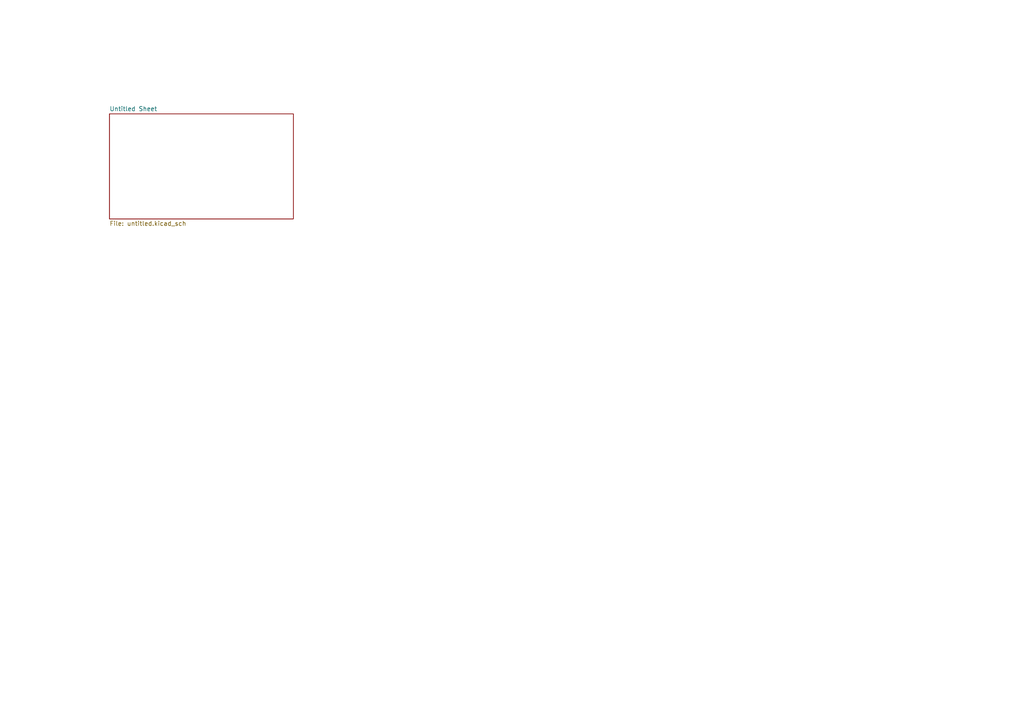
<source format=kicad_sch>
(kicad_sch
	(version 20250114)
	(generator "eeschema")
	(generator_version "9.0")
	(uuid "2162f80d-5bbc-406a-8824-9611d78b7103")
	(paper "A4")
	(lib_symbols)
	(sheet
		(at 31.75 33.02)
		(size 53.34 30.48)
		(exclude_from_sim no)
		(in_bom yes)
		(on_board yes)
		(dnp no)
		(fields_autoplaced yes)
		(stroke
			(width 0.1524)
			(type solid)
		)
		(fill
			(color 0 0 0 0.0000)
		)
		(uuid "c2dc28bb-1646-4c78-bcb4-fd13d6b2a414")
		(property "Sheetname" "Untitled Sheet"
			(at 31.75 32.3084 0)
			(effects
				(font
					(size 1.27 1.27)
				)
				(justify left bottom)
			)
		)
		(property "Sheetfile" "untitled.kicad_sch"
			(at 31.75 64.0846 0)
			(effects
				(font
					(size 1.27 1.27)
				)
				(justify left top)
			)
		)
		(instances
			(project "DDR4_DIMM"
				(path "/2162f80d-5bbc-406a-8824-9611d78b7103"
					(page "2")
				)
			)
		)
	)
	(sheet_instances
		(path "/"
			(page "1")
		)
	)
	(embedded_fonts no)
)

</source>
